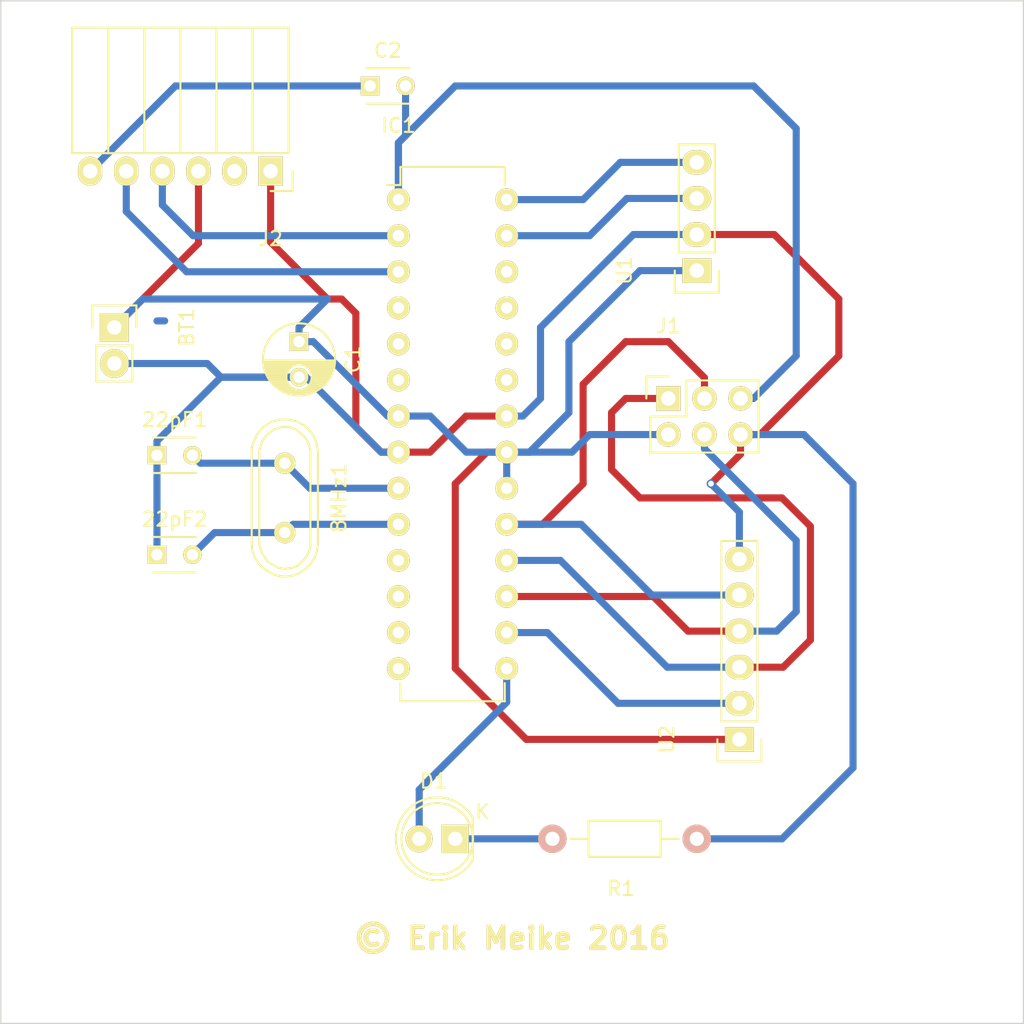
<source format=kicad_pcb>
(kicad_pcb (version 4) (host pcbnew 4.0.1-stable)

  (general
    (links 38)
    (no_connects 0)
    (area 95.949999 85.949999 168.050001 158.050001)
    (thickness 1.6)
    (drawings 6)
    (tracks 139)
    (zones 0)
    (modules 13)
    (nets 29)
  )

  (page A4)
  (layers
    (0 F.Cu signal)
    (31 B.Cu signal)
    (32 B.Adhes user)
    (33 F.Adhes user)
    (34 B.Paste user)
    (35 F.Paste user)
    (36 B.SilkS user)
    (37 F.SilkS user)
    (38 B.Mask user)
    (39 F.Mask user)
    (40 Dwgs.User user)
    (41 Cmts.User user)
    (42 Eco1.User user)
    (43 Eco2.User user)
    (44 Edge.Cuts user)
    (45 Margin user)
    (46 B.CrtYd user)
    (47 F.CrtYd user)
    (48 B.Fab user)
    (49 F.Fab user)
  )

  (setup
    (last_trace_width 0.5)
    (trace_clearance 0.2)
    (zone_clearance 0.508)
    (zone_45_only no)
    (trace_min 0.2)
    (segment_width 0.2)
    (edge_width 0.1)
    (via_size 0.6)
    (via_drill 0.4)
    (via_min_size 0.4)
    (via_min_drill 0.3)
    (uvia_size 0.3)
    (uvia_drill 0.1)
    (uvias_allowed no)
    (uvia_min_size 0.2)
    (uvia_min_drill 0.1)
    (pcb_text_width 0.3)
    (pcb_text_size 1.5 1.5)
    (mod_edge_width 0.15)
    (mod_text_size 1 1)
    (mod_text_width 0.15)
    (pad_size 1.5 1.5)
    (pad_drill 0.6)
    (pad_to_mask_clearance 0)
    (aux_axis_origin 0 0)
    (visible_elements FFFFFF7F)
    (pcbplotparams
      (layerselection 0x01000_80000001)
      (usegerberextensions false)
      (excludeedgelayer true)
      (linewidth 0.100000)
      (plotframeref false)
      (viasonmask false)
      (mode 1)
      (useauxorigin false)
      (hpglpennumber 1)
      (hpglpenspeed 20)
      (hpglpendiameter 15)
      (hpglpenoverlay 2)
      (psnegative false)
      (psa4output false)
      (plotreference true)
      (plotvalue false)
      (plotinvisibletext false)
      (padsonsilk false)
      (subtractmaskfromsilk false)
      (outputformat 1)
      (mirror false)
      (drillshape 0)
      (scaleselection 1)
      (outputdirectory gerbers/))
  )

  (net 0 "")
  (net 1 "Net-(22pF1-Pad2)")
  (net 2 "Net-(22pF2-Pad2)")
  (net 3 GND)
  (net 4 +BATT)
  (net 5 "Net-(D1-Pad1)")
  (net 6 "Net-(D1-Pad2)")
  (net 7 /~RST)
  (net 8 "Net-(IC1-Pad4)")
  (net 9 "Net-(IC1-Pad5)")
  (net 10 "Net-(IC1-Pad6)")
  (net 11 "Net-(IC1-Pad11)")
  (net 12 "Net-(IC1-Pad12)")
  (net 13 "Net-(IC1-Pad13)")
  (net 14 "Net-(IC1-Pad14)")
  (net 15 /~CS)
  (net 16 /MOSI)
  (net 17 /MISO)
  (net 18 /SCK)
  (net 19 "Net-(IC1-Pad23)")
  (net 20 "Net-(IC1-Pad24)")
  (net 21 "Net-(IC1-Pad25)")
  (net 22 "Net-(IC1-Pad26)")
  (net 23 /SDA)
  (net 24 /SCL)
  (net 25 "Net-(J2-Pad2)")
  (net 26 /RX)
  (net 27 /TX)
  (net 28 "Net-(C2-Pad1)")

  (net_class Default "This is the default net class."
    (clearance 0.2)
    (trace_width 0.5)
    (via_dia 0.6)
    (via_drill 0.4)
    (uvia_dia 0.3)
    (uvia_drill 0.1)
    (add_net +BATT)
    (add_net /MISO)
    (add_net /MOSI)
    (add_net /RX)
    (add_net /SCK)
    (add_net /SCL)
    (add_net /SDA)
    (add_net /TX)
    (add_net /~CS)
    (add_net /~RST)
    (add_net GND)
    (add_net "Net-(22pF1-Pad2)")
    (add_net "Net-(22pF2-Pad2)")
    (add_net "Net-(C2-Pad1)")
    (add_net "Net-(D1-Pad1)")
    (add_net "Net-(D1-Pad2)")
    (add_net "Net-(IC1-Pad11)")
    (add_net "Net-(IC1-Pad12)")
    (add_net "Net-(IC1-Pad13)")
    (add_net "Net-(IC1-Pad14)")
    (add_net "Net-(IC1-Pad23)")
    (add_net "Net-(IC1-Pad24)")
    (add_net "Net-(IC1-Pad25)")
    (add_net "Net-(IC1-Pad26)")
    (add_net "Net-(IC1-Pad4)")
    (add_net "Net-(IC1-Pad5)")
    (add_net "Net-(IC1-Pad6)")
    (add_net "Net-(J2-Pad2)")
  )

  (module Crystals:Crystal_HC49-U_Vertical (layer F.Cu) (tedit 0) (tstamp 56C7524C)
    (at 116 121 270)
    (descr "Crystal, Quarz, HC49/U, vertical, stehend,")
    (tags "Crystal, Quarz, HC49/U, vertical, stehend,")
    (path /56B6E109)
    (fp_text reference 8MHz1 (at 0 -3.81 270) (layer F.SilkS)
      (effects (font (size 1 1) (thickness 0.15)))
    )
    (fp_text value Crystal (at 0 3.81 270) (layer F.Fab)
      (effects (font (size 1 1) (thickness 0.15)))
    )
    (fp_line (start 4.699 -1.00076) (end 4.89966 -0.59944) (layer F.SilkS) (width 0.15))
    (fp_line (start 4.89966 -0.59944) (end 5.00126 0) (layer F.SilkS) (width 0.15))
    (fp_line (start 5.00126 0) (end 4.89966 0.50038) (layer F.SilkS) (width 0.15))
    (fp_line (start 4.89966 0.50038) (end 4.50088 1.19888) (layer F.SilkS) (width 0.15))
    (fp_line (start 4.50088 1.19888) (end 3.8989 1.6002) (layer F.SilkS) (width 0.15))
    (fp_line (start 3.8989 1.6002) (end 3.29946 1.80086) (layer F.SilkS) (width 0.15))
    (fp_line (start 3.29946 1.80086) (end -3.29946 1.80086) (layer F.SilkS) (width 0.15))
    (fp_line (start -3.29946 1.80086) (end -4.0005 1.6002) (layer F.SilkS) (width 0.15))
    (fp_line (start -4.0005 1.6002) (end -4.39928 1.30048) (layer F.SilkS) (width 0.15))
    (fp_line (start -4.39928 1.30048) (end -4.8006 0.8001) (layer F.SilkS) (width 0.15))
    (fp_line (start -4.8006 0.8001) (end -5.00126 0.20066) (layer F.SilkS) (width 0.15))
    (fp_line (start -5.00126 0.20066) (end -5.00126 -0.29972) (layer F.SilkS) (width 0.15))
    (fp_line (start -5.00126 -0.29972) (end -4.8006 -0.8001) (layer F.SilkS) (width 0.15))
    (fp_line (start -4.8006 -0.8001) (end -4.30022 -1.39954) (layer F.SilkS) (width 0.15))
    (fp_line (start -4.30022 -1.39954) (end -3.79984 -1.69926) (layer F.SilkS) (width 0.15))
    (fp_line (start -3.79984 -1.69926) (end -3.29946 -1.80086) (layer F.SilkS) (width 0.15))
    (fp_line (start -3.2004 -1.80086) (end 3.40106 -1.80086) (layer F.SilkS) (width 0.15))
    (fp_line (start 3.40106 -1.80086) (end 3.79984 -1.69926) (layer F.SilkS) (width 0.15))
    (fp_line (start 3.79984 -1.69926) (end 4.30022 -1.39954) (layer F.SilkS) (width 0.15))
    (fp_line (start 4.30022 -1.39954) (end 4.8006 -0.89916) (layer F.SilkS) (width 0.15))
    (fp_line (start -3.19024 -2.32918) (end -3.64998 -2.28092) (layer F.SilkS) (width 0.15))
    (fp_line (start -3.64998 -2.28092) (end -4.04876 -2.16916) (layer F.SilkS) (width 0.15))
    (fp_line (start -4.04876 -2.16916) (end -4.48056 -1.95072) (layer F.SilkS) (width 0.15))
    (fp_line (start -4.48056 -1.95072) (end -4.77012 -1.71958) (layer F.SilkS) (width 0.15))
    (fp_line (start -4.77012 -1.71958) (end -5.10032 -1.36906) (layer F.SilkS) (width 0.15))
    (fp_line (start -5.10032 -1.36906) (end -5.38988 -0.83058) (layer F.SilkS) (width 0.15))
    (fp_line (start -5.38988 -0.83058) (end -5.51942 -0.23114) (layer F.SilkS) (width 0.15))
    (fp_line (start -5.51942 -0.23114) (end -5.51942 0.2794) (layer F.SilkS) (width 0.15))
    (fp_line (start -5.51942 0.2794) (end -5.34924 0.98044) (layer F.SilkS) (width 0.15))
    (fp_line (start -5.34924 0.98044) (end -4.95046 1.56972) (layer F.SilkS) (width 0.15))
    (fp_line (start -4.95046 1.56972) (end -4.49072 1.94056) (layer F.SilkS) (width 0.15))
    (fp_line (start -4.49072 1.94056) (end -4.06908 2.14884) (layer F.SilkS) (width 0.15))
    (fp_line (start -4.06908 2.14884) (end -3.6195 2.30886) (layer F.SilkS) (width 0.15))
    (fp_line (start -3.6195 2.30886) (end -3.18008 2.33934) (layer F.SilkS) (width 0.15))
    (fp_line (start 4.16052 2.1209) (end 4.53898 1.89992) (layer F.SilkS) (width 0.15))
    (fp_line (start 4.53898 1.89992) (end 4.85902 1.62052) (layer F.SilkS) (width 0.15))
    (fp_line (start 4.85902 1.62052) (end 5.11048 1.29032) (layer F.SilkS) (width 0.15))
    (fp_line (start 5.11048 1.29032) (end 5.4102 0.73914) (layer F.SilkS) (width 0.15))
    (fp_line (start 5.4102 0.73914) (end 5.51942 0.26924) (layer F.SilkS) (width 0.15))
    (fp_line (start 5.51942 0.26924) (end 5.53974 -0.1905) (layer F.SilkS) (width 0.15))
    (fp_line (start 5.53974 -0.1905) (end 5.45084 -0.65024) (layer F.SilkS) (width 0.15))
    (fp_line (start 5.45084 -0.65024) (end 5.26034 -1.09982) (layer F.SilkS) (width 0.15))
    (fp_line (start 5.26034 -1.09982) (end 4.89966 -1.56972) (layer F.SilkS) (width 0.15))
    (fp_line (start 4.89966 -1.56972) (end 4.54914 -1.88976) (layer F.SilkS) (width 0.15))
    (fp_line (start 4.54914 -1.88976) (end 4.16052 -2.1209) (layer F.SilkS) (width 0.15))
    (fp_line (start 4.16052 -2.1209) (end 3.73126 -2.2606) (layer F.SilkS) (width 0.15))
    (fp_line (start 3.73126 -2.2606) (end 3.2893 -2.32918) (layer F.SilkS) (width 0.15))
    (fp_line (start -3.2004 2.32918) (end 3.2512 2.32918) (layer F.SilkS) (width 0.15))
    (fp_line (start 3.2512 2.32918) (end 3.6703 2.29108) (layer F.SilkS) (width 0.15))
    (fp_line (start 3.6703 2.29108) (end 4.16052 2.1209) (layer F.SilkS) (width 0.15))
    (fp_line (start -3.2004 -2.32918) (end 3.2512 -2.32918) (layer F.SilkS) (width 0.15))
    (pad 1 thru_hole circle (at -2.44094 0 270) (size 1.50114 1.50114) (drill 0.8001) (layers *.Cu *.Mask F.SilkS)
      (net 1 "Net-(22pF1-Pad2)"))
    (pad 2 thru_hole circle (at 2.44094 0 270) (size 1.50114 1.50114) (drill 0.8001) (layers *.Cu *.Mask F.SilkS)
      (net 2 "Net-(22pF2-Pad2)"))
  )

  (module Capacitors_ThroughHole:C_Disc_D3_P2.5 (layer F.Cu) (tedit 0) (tstamp 56C75252)
    (at 107 118)
    (descr "Capacitor 3mm Disc, Pitch 2.5mm")
    (tags Capacitor)
    (path /56B6E156)
    (fp_text reference 22pF1 (at 1.25 -2.5) (layer F.SilkS)
      (effects (font (size 1 1) (thickness 0.15)))
    )
    (fp_text value C (at 1.25 2.5) (layer F.Fab)
      (effects (font (size 1 1) (thickness 0.15)))
    )
    (fp_line (start -0.9 -1.5) (end 3.4 -1.5) (layer F.CrtYd) (width 0.05))
    (fp_line (start 3.4 -1.5) (end 3.4 1.5) (layer F.CrtYd) (width 0.05))
    (fp_line (start 3.4 1.5) (end -0.9 1.5) (layer F.CrtYd) (width 0.05))
    (fp_line (start -0.9 1.5) (end -0.9 -1.5) (layer F.CrtYd) (width 0.05))
    (fp_line (start -0.25 -1.25) (end 2.75 -1.25) (layer F.SilkS) (width 0.15))
    (fp_line (start 2.75 1.25) (end -0.25 1.25) (layer F.SilkS) (width 0.15))
    (pad 1 thru_hole rect (at 0 0) (size 1.3 1.3) (drill 0.8) (layers *.Cu *.Mask F.SilkS)
      (net 3 GND))
    (pad 2 thru_hole circle (at 2.5 0) (size 1.3 1.3) (drill 0.8001) (layers *.Cu *.Mask F.SilkS)
      (net 1 "Net-(22pF1-Pad2)"))
    (model Capacitors_ThroughHole.3dshapes/C_Disc_D3_P2.5.wrl
      (at (xyz 0.0492126 0 0))
      (scale (xyz 1 1 1))
      (rotate (xyz 0 0 0))
    )
  )

  (module Capacitors_ThroughHole:C_Disc_D3_P2.5 (layer F.Cu) (tedit 0) (tstamp 56C75258)
    (at 107 125)
    (descr "Capacitor 3mm Disc, Pitch 2.5mm")
    (tags Capacitor)
    (path /56B6E19B)
    (fp_text reference 22pF2 (at 1.25 -2.5) (layer F.SilkS)
      (effects (font (size 1 1) (thickness 0.15)))
    )
    (fp_text value C (at 1.25 2.5) (layer F.Fab)
      (effects (font (size 1 1) (thickness 0.15)))
    )
    (fp_line (start -0.9 -1.5) (end 3.4 -1.5) (layer F.CrtYd) (width 0.05))
    (fp_line (start 3.4 -1.5) (end 3.4 1.5) (layer F.CrtYd) (width 0.05))
    (fp_line (start 3.4 1.5) (end -0.9 1.5) (layer F.CrtYd) (width 0.05))
    (fp_line (start -0.9 1.5) (end -0.9 -1.5) (layer F.CrtYd) (width 0.05))
    (fp_line (start -0.25 -1.25) (end 2.75 -1.25) (layer F.SilkS) (width 0.15))
    (fp_line (start 2.75 1.25) (end -0.25 1.25) (layer F.SilkS) (width 0.15))
    (pad 1 thru_hole rect (at 0 0) (size 1.3 1.3) (drill 0.8) (layers *.Cu *.Mask F.SilkS)
      (net 3 GND))
    (pad 2 thru_hole circle (at 2.5 0) (size 1.3 1.3) (drill 0.8001) (layers *.Cu *.Mask F.SilkS)
      (net 2 "Net-(22pF2-Pad2)"))
    (model Capacitors_ThroughHole.3dshapes/C_Disc_D3_P2.5.wrl
      (at (xyz 0.0492126 0 0))
      (scale (xyz 1 1 1))
      (rotate (xyz 0 0 0))
    )
  )

  (module Socket_Strips:Socket_Strip_Straight_1x02 (layer F.Cu) (tedit 54E9F75E) (tstamp 56C7525E)
    (at 104 109 270)
    (descr "Through hole socket strip")
    (tags "socket strip")
    (path /5622E668)
    (fp_text reference BT1 (at 0 -5.1 270) (layer F.SilkS)
      (effects (font (size 1 1) (thickness 0.15)))
    )
    (fp_text value Battery (at 0 -3.1 270) (layer F.Fab)
      (effects (font (size 1 1) (thickness 0.15)))
    )
    (fp_line (start -1.55 1.55) (end 0 1.55) (layer F.SilkS) (width 0.15))
    (fp_line (start 3.81 1.27) (end 1.27 1.27) (layer F.SilkS) (width 0.15))
    (fp_line (start -1.75 -1.75) (end -1.75 1.75) (layer F.CrtYd) (width 0.05))
    (fp_line (start 4.3 -1.75) (end 4.3 1.75) (layer F.CrtYd) (width 0.05))
    (fp_line (start -1.75 -1.75) (end 4.3 -1.75) (layer F.CrtYd) (width 0.05))
    (fp_line (start -1.75 1.75) (end 4.3 1.75) (layer F.CrtYd) (width 0.05))
    (fp_line (start 1.27 1.27) (end 1.27 -1.27) (layer F.SilkS) (width 0.15))
    (fp_line (start 0 -1.55) (end -1.55 -1.55) (layer F.SilkS) (width 0.15))
    (fp_line (start -1.55 -1.55) (end -1.55 1.55) (layer F.SilkS) (width 0.15))
    (fp_line (start 1.27 -1.27) (end 3.81 -1.27) (layer F.SilkS) (width 0.15))
    (fp_line (start 3.81 -1.27) (end 3.81 1.27) (layer F.SilkS) (width 0.15))
    (pad 1 thru_hole rect (at 0 0 270) (size 2.032 2.032) (drill 1.016) (layers *.Cu *.Mask F.SilkS)
      (net 4 +BATT))
    (pad 2 thru_hole oval (at 2.54 0 270) (size 2.032 2.032) (drill 1.016) (layers *.Cu *.Mask F.SilkS)
      (net 3 GND))
    (model Socket_Strips.3dshapes/Socket_Strip_Straight_1x02.wrl
      (at (xyz 0.05 0 0))
      (scale (xyz 1 1 1))
      (rotate (xyz 0 0 180))
    )
  )

  (module Capacitors_ThroughHole:C_Radial_D5_L11_P2.5 (layer F.Cu) (tedit 0) (tstamp 56C75264)
    (at 117 110 270)
    (descr "Radial Electrolytic Capacitor Diameter 5mm x Length 11mm, Pitch 2.5mm")
    (tags "Electrolytic Capacitor")
    (path /5622E715)
    (fp_text reference C1 (at 1.25 -3.8 270) (layer F.SilkS)
      (effects (font (size 1 1) (thickness 0.15)))
    )
    (fp_text value 25µF (at 1.25 3.8 270) (layer F.Fab)
      (effects (font (size 1 1) (thickness 0.15)))
    )
    (fp_line (start 1.325 -2.499) (end 1.325 2.499) (layer F.SilkS) (width 0.15))
    (fp_line (start 1.465 -2.491) (end 1.465 2.491) (layer F.SilkS) (width 0.15))
    (fp_line (start 1.605 -2.475) (end 1.605 -0.095) (layer F.SilkS) (width 0.15))
    (fp_line (start 1.605 0.095) (end 1.605 2.475) (layer F.SilkS) (width 0.15))
    (fp_line (start 1.745 -2.451) (end 1.745 -0.49) (layer F.SilkS) (width 0.15))
    (fp_line (start 1.745 0.49) (end 1.745 2.451) (layer F.SilkS) (width 0.15))
    (fp_line (start 1.885 -2.418) (end 1.885 -0.657) (layer F.SilkS) (width 0.15))
    (fp_line (start 1.885 0.657) (end 1.885 2.418) (layer F.SilkS) (width 0.15))
    (fp_line (start 2.025 -2.377) (end 2.025 -0.764) (layer F.SilkS) (width 0.15))
    (fp_line (start 2.025 0.764) (end 2.025 2.377) (layer F.SilkS) (width 0.15))
    (fp_line (start 2.165 -2.327) (end 2.165 -0.835) (layer F.SilkS) (width 0.15))
    (fp_line (start 2.165 0.835) (end 2.165 2.327) (layer F.SilkS) (width 0.15))
    (fp_line (start 2.305 -2.266) (end 2.305 -0.879) (layer F.SilkS) (width 0.15))
    (fp_line (start 2.305 0.879) (end 2.305 2.266) (layer F.SilkS) (width 0.15))
    (fp_line (start 2.445 -2.196) (end 2.445 -0.898) (layer F.SilkS) (width 0.15))
    (fp_line (start 2.445 0.898) (end 2.445 2.196) (layer F.SilkS) (width 0.15))
    (fp_line (start 2.585 -2.114) (end 2.585 -0.896) (layer F.SilkS) (width 0.15))
    (fp_line (start 2.585 0.896) (end 2.585 2.114) (layer F.SilkS) (width 0.15))
    (fp_line (start 2.725 -2.019) (end 2.725 -0.871) (layer F.SilkS) (width 0.15))
    (fp_line (start 2.725 0.871) (end 2.725 2.019) (layer F.SilkS) (width 0.15))
    (fp_line (start 2.865 -1.908) (end 2.865 -0.823) (layer F.SilkS) (width 0.15))
    (fp_line (start 2.865 0.823) (end 2.865 1.908) (layer F.SilkS) (width 0.15))
    (fp_line (start 3.005 -1.78) (end 3.005 -0.745) (layer F.SilkS) (width 0.15))
    (fp_line (start 3.005 0.745) (end 3.005 1.78) (layer F.SilkS) (width 0.15))
    (fp_line (start 3.145 -1.631) (end 3.145 -0.628) (layer F.SilkS) (width 0.15))
    (fp_line (start 3.145 0.628) (end 3.145 1.631) (layer F.SilkS) (width 0.15))
    (fp_line (start 3.285 -1.452) (end 3.285 -0.44) (layer F.SilkS) (width 0.15))
    (fp_line (start 3.285 0.44) (end 3.285 1.452) (layer F.SilkS) (width 0.15))
    (fp_line (start 3.425 -1.233) (end 3.425 1.233) (layer F.SilkS) (width 0.15))
    (fp_line (start 3.565 -0.944) (end 3.565 0.944) (layer F.SilkS) (width 0.15))
    (fp_line (start 3.705 -0.472) (end 3.705 0.472) (layer F.SilkS) (width 0.15))
    (fp_circle (center 2.5 0) (end 2.5 -0.9) (layer F.SilkS) (width 0.15))
    (fp_circle (center 1.25 0) (end 1.25 -2.5375) (layer F.SilkS) (width 0.15))
    (fp_circle (center 1.25 0) (end 1.25 -2.8) (layer F.CrtYd) (width 0.05))
    (pad 1 thru_hole rect (at 0 0 270) (size 1.3 1.3) (drill 0.8) (layers *.Cu *.Mask F.SilkS)
      (net 4 +BATT))
    (pad 2 thru_hole circle (at 2.5 0 270) (size 1.3 1.3) (drill 0.8) (layers *.Cu *.Mask F.SilkS)
      (net 3 GND))
    (model Capacitors_ThroughHole.3dshapes/C_Radial_D5_L11_P2.5.wrl
      (at (xyz 0.049213 0 0))
      (scale (xyz 1 1 1))
      (rotate (xyz 0 0 90))
    )
  )

  (module LEDs:LED-5MM (layer F.Cu) (tedit 5570F7EA) (tstamp 56C7526A)
    (at 128 145 180)
    (descr "LED 5mm round vertical")
    (tags "LED 5mm round vertical")
    (path /5622E8A4)
    (fp_text reference D1 (at 1.524 4.064 180) (layer F.SilkS)
      (effects (font (size 1 1) (thickness 0.15)))
    )
    (fp_text value LED (at 1.524 -3.937 180) (layer F.Fab)
      (effects (font (size 1 1) (thickness 0.15)))
    )
    (fp_line (start -1.5 -1.55) (end -1.5 1.55) (layer F.CrtYd) (width 0.05))
    (fp_arc (start 1.3 0) (end -1.5 1.55) (angle -302) (layer F.CrtYd) (width 0.05))
    (fp_arc (start 1.27 0) (end -1.23 -1.5) (angle 297.5) (layer F.SilkS) (width 0.15))
    (fp_line (start -1.23 1.5) (end -1.23 -1.5) (layer F.SilkS) (width 0.15))
    (fp_circle (center 1.27 0) (end 0.97 -2.5) (layer F.SilkS) (width 0.15))
    (fp_text user K (at -1.905 1.905 180) (layer F.SilkS)
      (effects (font (size 1 1) (thickness 0.15)))
    )
    (pad 1 thru_hole rect (at 0 0 270) (size 2 1.9) (drill 1.00076) (layers *.Cu *.Mask F.SilkS)
      (net 5 "Net-(D1-Pad1)"))
    (pad 2 thru_hole circle (at 2.54 0 180) (size 1.9 1.9) (drill 1.00076) (layers *.Cu *.Mask F.SilkS)
      (net 6 "Net-(D1-Pad2)"))
    (model LEDs.3dshapes/LED-5MM.wrl
      (at (xyz 0.05 0 0))
      (scale (xyz 1 1 1))
      (rotate (xyz 0 0 90))
    )
  )

  (module Housings_DIP:DIP-28_W7.62mm (layer F.Cu) (tedit 54130A77) (tstamp 56C7528A)
    (at 124 100)
    (descr "28-lead dip package, row spacing 7.62 mm (300 mils)")
    (tags "dil dip 2.54 300")
    (path /56C6AD4C)
    (fp_text reference IC1 (at 0 -5.22) (layer F.SilkS)
      (effects (font (size 1 1) (thickness 0.15)))
    )
    (fp_text value ATMEGA328-P (at 0 -3.72) (layer F.Fab)
      (effects (font (size 1 1) (thickness 0.15)))
    )
    (fp_line (start -1.05 -2.45) (end -1.05 35.5) (layer F.CrtYd) (width 0.05))
    (fp_line (start 8.65 -2.45) (end 8.65 35.5) (layer F.CrtYd) (width 0.05))
    (fp_line (start -1.05 -2.45) (end 8.65 -2.45) (layer F.CrtYd) (width 0.05))
    (fp_line (start -1.05 35.5) (end 8.65 35.5) (layer F.CrtYd) (width 0.05))
    (fp_line (start 0.135 -2.295) (end 0.135 -1.025) (layer F.SilkS) (width 0.15))
    (fp_line (start 7.485 -2.295) (end 7.485 -1.025) (layer F.SilkS) (width 0.15))
    (fp_line (start 7.485 35.315) (end 7.485 34.045) (layer F.SilkS) (width 0.15))
    (fp_line (start 0.135 35.315) (end 0.135 34.045) (layer F.SilkS) (width 0.15))
    (fp_line (start 0.135 -2.295) (end 7.485 -2.295) (layer F.SilkS) (width 0.15))
    (fp_line (start 0.135 35.315) (end 7.485 35.315) (layer F.SilkS) (width 0.15))
    (fp_line (start 0.135 -1.025) (end -0.8 -1.025) (layer F.SilkS) (width 0.15))
    (pad 1 thru_hole oval (at 0 0) (size 1.6 1.6) (drill 0.8) (layers *.Cu *.Mask F.SilkS)
      (net 7 /~RST))
    (pad 2 thru_hole oval (at 0 2.54) (size 1.6 1.6) (drill 0.8) (layers *.Cu *.Mask F.SilkS)
      (net 26 /RX))
    (pad 3 thru_hole oval (at 0 5.08) (size 1.6 1.6) (drill 0.8) (layers *.Cu *.Mask F.SilkS)
      (net 27 /TX))
    (pad 4 thru_hole oval (at 0 7.62) (size 1.6 1.6) (drill 0.8) (layers *.Cu *.Mask F.SilkS)
      (net 8 "Net-(IC1-Pad4)"))
    (pad 5 thru_hole oval (at 0 10.16) (size 1.6 1.6) (drill 0.8) (layers *.Cu *.Mask F.SilkS)
      (net 9 "Net-(IC1-Pad5)"))
    (pad 6 thru_hole oval (at 0 12.7) (size 1.6 1.6) (drill 0.8) (layers *.Cu *.Mask F.SilkS)
      (net 10 "Net-(IC1-Pad6)"))
    (pad 7 thru_hole oval (at 0 15.24) (size 1.6 1.6) (drill 0.8) (layers *.Cu *.Mask F.SilkS)
      (net 4 +BATT))
    (pad 8 thru_hole oval (at 0 17.78) (size 1.6 1.6) (drill 0.8) (layers *.Cu *.Mask F.SilkS)
      (net 3 GND))
    (pad 9 thru_hole oval (at 0 20.32) (size 1.6 1.6) (drill 0.8) (layers *.Cu *.Mask F.SilkS)
      (net 1 "Net-(22pF1-Pad2)"))
    (pad 10 thru_hole oval (at 0 22.86) (size 1.6 1.6) (drill 0.8) (layers *.Cu *.Mask F.SilkS)
      (net 2 "Net-(22pF2-Pad2)"))
    (pad 11 thru_hole oval (at 0 25.4) (size 1.6 1.6) (drill 0.8) (layers *.Cu *.Mask F.SilkS)
      (net 11 "Net-(IC1-Pad11)"))
    (pad 12 thru_hole oval (at 0 27.94) (size 1.6 1.6) (drill 0.8) (layers *.Cu *.Mask F.SilkS)
      (net 12 "Net-(IC1-Pad12)"))
    (pad 13 thru_hole oval (at 0 30.48) (size 1.6 1.6) (drill 0.8) (layers *.Cu *.Mask F.SilkS)
      (net 13 "Net-(IC1-Pad13)"))
    (pad 14 thru_hole oval (at 0 33.02) (size 1.6 1.6) (drill 0.8) (layers *.Cu *.Mask F.SilkS)
      (net 14 "Net-(IC1-Pad14)"))
    (pad 15 thru_hole oval (at 7.62 33.02) (size 1.6 1.6) (drill 0.8) (layers *.Cu *.Mask F.SilkS)
      (net 6 "Net-(D1-Pad2)"))
    (pad 16 thru_hole oval (at 7.62 30.48) (size 1.6 1.6) (drill 0.8) (layers *.Cu *.Mask F.SilkS)
      (net 15 /~CS))
    (pad 17 thru_hole oval (at 7.62 27.94) (size 1.6 1.6) (drill 0.8) (layers *.Cu *.Mask F.SilkS)
      (net 16 /MOSI))
    (pad 18 thru_hole oval (at 7.62 25.4) (size 1.6 1.6) (drill 0.8) (layers *.Cu *.Mask F.SilkS)
      (net 17 /MISO))
    (pad 19 thru_hole oval (at 7.62 22.86) (size 1.6 1.6) (drill 0.8) (layers *.Cu *.Mask F.SilkS)
      (net 18 /SCK))
    (pad 20 thru_hole oval (at 7.62 20.32) (size 1.6 1.6) (drill 0.8) (layers *.Cu *.Mask F.SilkS)
      (net 4 +BATT))
    (pad 21 thru_hole oval (at 7.62 17.78) (size 1.6 1.6) (drill 0.8) (layers *.Cu *.Mask F.SilkS)
      (net 4 +BATT))
    (pad 22 thru_hole oval (at 7.62 15.24) (size 1.6 1.6) (drill 0.8) (layers *.Cu *.Mask F.SilkS)
      (net 3 GND))
    (pad 23 thru_hole oval (at 7.62 12.7) (size 1.6 1.6) (drill 0.8) (layers *.Cu *.Mask F.SilkS)
      (net 19 "Net-(IC1-Pad23)"))
    (pad 24 thru_hole oval (at 7.62 10.16) (size 1.6 1.6) (drill 0.8) (layers *.Cu *.Mask F.SilkS)
      (net 20 "Net-(IC1-Pad24)"))
    (pad 25 thru_hole oval (at 7.62 7.62) (size 1.6 1.6) (drill 0.8) (layers *.Cu *.Mask F.SilkS)
      (net 21 "Net-(IC1-Pad25)"))
    (pad 26 thru_hole oval (at 7.62 5.08) (size 1.6 1.6) (drill 0.8) (layers *.Cu *.Mask F.SilkS)
      (net 22 "Net-(IC1-Pad26)"))
    (pad 27 thru_hole oval (at 7.62 2.54) (size 1.6 1.6) (drill 0.8) (layers *.Cu *.Mask F.SilkS)
      (net 23 /SDA))
    (pad 28 thru_hole oval (at 7.62 0) (size 1.6 1.6) (drill 0.8) (layers *.Cu *.Mask F.SilkS)
      (net 24 /SCL))
    (model Housings_DIP.3dshapes/DIP-28_W7.62mm.wrl
      (at (xyz 0 0 0))
      (scale (xyz 1 1 1))
      (rotate (xyz 0 0 0))
    )
  )

  (module Socket_Strips:Socket_Strip_Straight_2x03 (layer F.Cu) (tedit 54E9F9C7) (tstamp 56C75294)
    (at 143 114)
    (descr "Through hole socket strip")
    (tags "socket strip")
    (path /56C74919)
    (fp_text reference J1 (at 0 -5.1) (layer F.SilkS)
      (effects (font (size 1 1) (thickness 0.15)))
    )
    (fp_text value ISPConnector (at 0 -3.1) (layer F.Fab)
      (effects (font (size 1 1) (thickness 0.15)))
    )
    (fp_line (start 6.35 -1.27) (end 1.27 -1.27) (layer F.SilkS) (width 0.15))
    (fp_line (start -1.55 -1.55) (end 0 -1.55) (layer F.SilkS) (width 0.15))
    (fp_line (start -1.75 -1.75) (end -1.75 4.3) (layer F.CrtYd) (width 0.05))
    (fp_line (start 6.85 -1.75) (end 6.85 4.3) (layer F.CrtYd) (width 0.05))
    (fp_line (start -1.75 -1.75) (end 6.85 -1.75) (layer F.CrtYd) (width 0.05))
    (fp_line (start -1.75 4.3) (end 6.85 4.3) (layer F.CrtYd) (width 0.05))
    (fp_line (start -1.27 1.27) (end 1.27 1.27) (layer F.SilkS) (width 0.15))
    (fp_line (start 1.27 1.27) (end 1.27 -1.27) (layer F.SilkS) (width 0.15))
    (fp_line (start 6.35 -1.27) (end 6.35 3.81) (layer F.SilkS) (width 0.15))
    (fp_line (start 6.35 3.81) (end 1.27 3.81) (layer F.SilkS) (width 0.15))
    (fp_line (start -1.55 -1.55) (end -1.55 0) (layer F.SilkS) (width 0.15))
    (fp_line (start -1.27 3.81) (end -1.27 1.27) (layer F.SilkS) (width 0.15))
    (fp_line (start 1.27 3.81) (end -1.27 3.81) (layer F.SilkS) (width 0.15))
    (pad 1 thru_hole rect (at 0 0) (size 1.7272 1.7272) (drill 1.016) (layers *.Cu *.Mask F.SilkS)
      (net 17 /MISO))
    (pad 2 thru_hole oval (at 0 2.54) (size 1.7272 1.7272) (drill 1.016) (layers *.Cu *.Mask F.SilkS)
      (net 4 +BATT))
    (pad 3 thru_hole oval (at 2.54 0) (size 1.7272 1.7272) (drill 1.016) (layers *.Cu *.Mask F.SilkS)
      (net 18 /SCK))
    (pad 4 thru_hole oval (at 2.54 2.54) (size 1.7272 1.7272) (drill 1.016) (layers *.Cu *.Mask F.SilkS)
      (net 16 /MOSI))
    (pad 5 thru_hole oval (at 5.08 0) (size 1.7272 1.7272) (drill 1.016) (layers *.Cu *.Mask F.SilkS)
      (net 7 /~RST))
    (pad 6 thru_hole oval (at 5.08 2.54) (size 1.7272 1.7272) (drill 1.016) (layers *.Cu *.Mask F.SilkS)
      (net 3 GND))
    (model Socket_Strips.3dshapes/Socket_Strip_Straight_2x03.wrl
      (at (xyz 0.1 -0.05 0))
      (scale (xyz 1 1 1))
      (rotate (xyz 0 0 180))
    )
  )

  (module Resistors_ThroughHole:Resistor_Horizontal_RM10mm (layer F.Cu) (tedit 56648415) (tstamp 56C7529A)
    (at 145 145 180)
    (descr "Resistor, Axial,  RM 10mm, 1/3W")
    (tags "Resistor Axial RM 10mm 1/3W")
    (path /5622EA9F)
    (fp_text reference R1 (at 5.32892 -3.50012 180) (layer F.SilkS)
      (effects (font (size 1 1) (thickness 0.15)))
    )
    (fp_text value 470 (at 5.08 3.81 180) (layer F.Fab)
      (effects (font (size 1 1) (thickness 0.15)))
    )
    (fp_line (start -1.25 -1.5) (end 11.4 -1.5) (layer F.CrtYd) (width 0.05))
    (fp_line (start -1.25 1.5) (end -1.25 -1.5) (layer F.CrtYd) (width 0.05))
    (fp_line (start 11.4 -1.5) (end 11.4 1.5) (layer F.CrtYd) (width 0.05))
    (fp_line (start -1.25 1.5) (end 11.4 1.5) (layer F.CrtYd) (width 0.05))
    (fp_line (start 2.54 -1.27) (end 7.62 -1.27) (layer F.SilkS) (width 0.15))
    (fp_line (start 7.62 -1.27) (end 7.62 1.27) (layer F.SilkS) (width 0.15))
    (fp_line (start 7.62 1.27) (end 2.54 1.27) (layer F.SilkS) (width 0.15))
    (fp_line (start 2.54 1.27) (end 2.54 -1.27) (layer F.SilkS) (width 0.15))
    (fp_line (start 2.54 0) (end 1.27 0) (layer F.SilkS) (width 0.15))
    (fp_line (start 7.62 0) (end 8.89 0) (layer F.SilkS) (width 0.15))
    (pad 1 thru_hole circle (at 0 0 180) (size 1.99898 1.99898) (drill 1.00076) (layers *.Cu *.SilkS *.Mask)
      (net 3 GND))
    (pad 2 thru_hole circle (at 10.16 0 180) (size 1.99898 1.99898) (drill 1.00076) (layers *.Cu *.SilkS *.Mask)
      (net 5 "Net-(D1-Pad1)"))
    (model Resistors_ThroughHole.3dshapes/Resistor_Horizontal_RM10mm.wrl
      (at (xyz 0.2 0 0))
      (scale (xyz 0.4 0.4 0.4))
      (rotate (xyz 0 0 0))
    )
  )

  (module Socket_Strips:Socket_Strip_Straight_1x04 (layer F.Cu) (tedit 0) (tstamp 56C752A2)
    (at 145 105 90)
    (descr "Through hole socket strip")
    (tags "socket strip")
    (path /56C0C860)
    (fp_text reference U1 (at 0 -5.1 90) (layer F.SilkS)
      (effects (font (size 1 1) (thickness 0.15)))
    )
    (fp_text value HTU21DBreakout (at 0 -3.1 90) (layer F.Fab)
      (effects (font (size 1 1) (thickness 0.15)))
    )
    (fp_line (start -1.75 -1.75) (end -1.75 1.75) (layer F.CrtYd) (width 0.05))
    (fp_line (start 9.4 -1.75) (end 9.4 1.75) (layer F.CrtYd) (width 0.05))
    (fp_line (start -1.75 -1.75) (end 9.4 -1.75) (layer F.CrtYd) (width 0.05))
    (fp_line (start -1.75 1.75) (end 9.4 1.75) (layer F.CrtYd) (width 0.05))
    (fp_line (start 1.27 -1.27) (end 8.89 -1.27) (layer F.SilkS) (width 0.15))
    (fp_line (start 1.27 1.27) (end 8.89 1.27) (layer F.SilkS) (width 0.15))
    (fp_line (start -1.55 1.55) (end 0 1.55) (layer F.SilkS) (width 0.15))
    (fp_line (start 8.89 -1.27) (end 8.89 1.27) (layer F.SilkS) (width 0.15))
    (fp_line (start 1.27 1.27) (end 1.27 -1.27) (layer F.SilkS) (width 0.15))
    (fp_line (start 0 -1.55) (end -1.55 -1.55) (layer F.SilkS) (width 0.15))
    (fp_line (start -1.55 -1.55) (end -1.55 1.55) (layer F.SilkS) (width 0.15))
    (pad 1 thru_hole rect (at 0 0 90) (size 1.7272 2.032) (drill 1.016) (layers *.Cu *.Mask F.SilkS)
      (net 4 +BATT))
    (pad 2 thru_hole oval (at 2.54 0 90) (size 1.7272 2.032) (drill 1.016) (layers *.Cu *.Mask F.SilkS)
      (net 3 GND))
    (pad 3 thru_hole oval (at 5.08 0 90) (size 1.7272 2.032) (drill 1.016) (layers *.Cu *.Mask F.SilkS)
      (net 23 /SDA))
    (pad 4 thru_hole oval (at 7.62 0 90) (size 1.7272 2.032) (drill 1.016) (layers *.Cu *.Mask F.SilkS)
      (net 24 /SCL))
    (model Socket_Strips.3dshapes/Socket_Strip_Straight_1x04.wrl
      (at (xyz 0.15 0 0))
      (scale (xyz 1 1 1))
      (rotate (xyz 0 0 180))
    )
  )

  (module Socket_Strips:Socket_Strip_Straight_1x06 (layer F.Cu) (tedit 0) (tstamp 56C752AC)
    (at 148 138 90)
    (descr "Through hole socket strip")
    (tags "socket strip")
    (path /56C0D583)
    (fp_text reference U2 (at 0 -5.1 90) (layer F.SilkS)
      (effects (font (size 1 1) (thickness 0.15)))
    )
    (fp_text value W25Q32FlashBreakout (at 0 -3.1 90) (layer F.Fab)
      (effects (font (size 1 1) (thickness 0.15)))
    )
    (fp_line (start -1.75 -1.75) (end -1.75 1.75) (layer F.CrtYd) (width 0.05))
    (fp_line (start 14.45 -1.75) (end 14.45 1.75) (layer F.CrtYd) (width 0.05))
    (fp_line (start -1.75 -1.75) (end 14.45 -1.75) (layer F.CrtYd) (width 0.05))
    (fp_line (start -1.75 1.75) (end 14.45 1.75) (layer F.CrtYd) (width 0.05))
    (fp_line (start 1.27 1.27) (end 13.97 1.27) (layer F.SilkS) (width 0.15))
    (fp_line (start 13.97 1.27) (end 13.97 -1.27) (layer F.SilkS) (width 0.15))
    (fp_line (start 13.97 -1.27) (end 1.27 -1.27) (layer F.SilkS) (width 0.15))
    (fp_line (start -1.55 1.55) (end 0 1.55) (layer F.SilkS) (width 0.15))
    (fp_line (start 1.27 1.27) (end 1.27 -1.27) (layer F.SilkS) (width 0.15))
    (fp_line (start 0 -1.55) (end -1.55 -1.55) (layer F.SilkS) (width 0.15))
    (fp_line (start -1.55 -1.55) (end -1.55 1.55) (layer F.SilkS) (width 0.15))
    (pad 1 thru_hole rect (at 0 0 90) (size 1.7272 2.032) (drill 1.016) (layers *.Cu *.Mask F.SilkS)
      (net 4 +BATT))
    (pad 2 thru_hole oval (at 2.54 0 90) (size 1.7272 2.032) (drill 1.016) (layers *.Cu *.Mask F.SilkS)
      (net 15 /~CS))
    (pad 3 thru_hole oval (at 5.08 0 90) (size 1.7272 2.032) (drill 1.016) (layers *.Cu *.Mask F.SilkS)
      (net 17 /MISO))
    (pad 4 thru_hole oval (at 7.62 0 90) (size 1.7272 2.032) (drill 1.016) (layers *.Cu *.Mask F.SilkS)
      (net 16 /MOSI))
    (pad 5 thru_hole oval (at 10.16 0 90) (size 1.7272 2.032) (drill 1.016) (layers *.Cu *.Mask F.SilkS)
      (net 18 /SCK))
    (pad 6 thru_hole oval (at 12.7 0 90) (size 1.7272 2.032) (drill 1.016) (layers *.Cu *.Mask F.SilkS)
      (net 3 GND))
    (model Socket_Strips.3dshapes/Socket_Strip_Straight_1x06.wrl
      (at (xyz 0.25 0 0))
      (scale (xyz 1 1 1))
      (rotate (xyz 0 0 180))
    )
  )

  (module Socket_Strips:Socket_Strip_Angled_1x06 (layer F.Cu) (tedit 0) (tstamp 56DB74B2)
    (at 115 98 180)
    (descr "Through hole socket strip")
    (tags "socket strip")
    (path /56DB7438)
    (fp_text reference J2 (at 0 -4.75 180) (layer F.SilkS)
      (effects (font (size 1 1) (thickness 0.15)))
    )
    (fp_text value FTDIConnector (at 0 -2.75 180) (layer F.Fab)
      (effects (font (size 1 1) (thickness 0.15)))
    )
    (fp_line (start -1.75 -1.5) (end -1.75 10.6) (layer F.CrtYd) (width 0.05))
    (fp_line (start 14.45 -1.5) (end 14.45 10.6) (layer F.CrtYd) (width 0.05))
    (fp_line (start -1.75 -1.5) (end 14.45 -1.5) (layer F.CrtYd) (width 0.05))
    (fp_line (start -1.75 10.6) (end 14.45 10.6) (layer F.CrtYd) (width 0.05))
    (fp_line (start 13.97 10.1) (end 13.97 1.27) (layer F.SilkS) (width 0.15))
    (fp_line (start 11.43 10.1) (end 13.97 10.1) (layer F.SilkS) (width 0.15))
    (fp_line (start 11.43 1.27) (end 13.97 1.27) (layer F.SilkS) (width 0.15))
    (fp_line (start 8.89 1.27) (end 11.43 1.27) (layer F.SilkS) (width 0.15))
    (fp_line (start 8.89 10.1) (end 11.43 10.1) (layer F.SilkS) (width 0.15))
    (fp_line (start 11.43 10.1) (end 11.43 1.27) (layer F.SilkS) (width 0.15))
    (fp_line (start 8.89 10.1) (end 8.89 1.27) (layer F.SilkS) (width 0.15))
    (fp_line (start 6.35 10.1) (end 8.89 10.1) (layer F.SilkS) (width 0.15))
    (fp_line (start 6.35 1.27) (end 8.89 1.27) (layer F.SilkS) (width 0.15))
    (fp_line (start 3.81 1.27) (end 6.35 1.27) (layer F.SilkS) (width 0.15))
    (fp_line (start 3.81 10.1) (end 6.35 10.1) (layer F.SilkS) (width 0.15))
    (fp_line (start 6.35 10.1) (end 6.35 1.27) (layer F.SilkS) (width 0.15))
    (fp_line (start 3.81 10.1) (end 3.81 1.27) (layer F.SilkS) (width 0.15))
    (fp_line (start 1.27 10.1) (end 3.81 10.1) (layer F.SilkS) (width 0.15))
    (fp_line (start 1.27 1.27) (end 1.27 10.1) (layer F.SilkS) (width 0.15))
    (fp_line (start 1.27 1.27) (end 3.81 1.27) (layer F.SilkS) (width 0.15))
    (fp_line (start -1.27 1.27) (end 1.27 1.27) (layer F.SilkS) (width 0.15))
    (fp_line (start 0 -1.4) (end -1.55 -1.4) (layer F.SilkS) (width 0.15))
    (fp_line (start -1.55 -1.4) (end -1.55 0) (layer F.SilkS) (width 0.15))
    (fp_line (start -1.27 1.27) (end -1.27 10.1) (layer F.SilkS) (width 0.15))
    (fp_line (start -1.27 10.1) (end 1.27 10.1) (layer F.SilkS) (width 0.15))
    (fp_line (start 1.27 10.1) (end 1.27 1.27) (layer F.SilkS) (width 0.15))
    (pad 1 thru_hole rect (at 0 0 180) (size 1.7272 2.032) (drill 1.016) (layers *.Cu *.Mask F.SilkS)
      (net 3 GND))
    (pad 2 thru_hole oval (at 2.54 0 180) (size 1.7272 2.032) (drill 1.016) (layers *.Cu *.Mask F.SilkS)
      (net 25 "Net-(J2-Pad2)"))
    (pad 3 thru_hole oval (at 5.08 0 180) (size 1.7272 2.032) (drill 1.016) (layers *.Cu *.Mask F.SilkS)
      (net 4 +BATT))
    (pad 4 thru_hole oval (at 7.62 0 180) (size 1.7272 2.032) (drill 1.016) (layers *.Cu *.Mask F.SilkS)
      (net 26 /RX))
    (pad 5 thru_hole oval (at 10.16 0 180) (size 1.7272 2.032) (drill 1.016) (layers *.Cu *.Mask F.SilkS)
      (net 27 /TX))
    (pad 6 thru_hole oval (at 12.7 0 180) (size 1.7272 2.032) (drill 1.016) (layers *.Cu *.Mask F.SilkS)
      (net 28 "Net-(C2-Pad1)"))
    (model Socket_Strips.3dshapes/Socket_Strip_Angled_1x06.wrl
      (at (xyz 0.25 0 0))
      (scale (xyz 1 1 1))
      (rotate (xyz 0 0 180))
    )
  )

  (module Capacitors_ThroughHole:C_Disc_D3_P2.5 (layer F.Cu) (tedit 0) (tstamp 56DB78AD)
    (at 122 92)
    (descr "Capacitor 3mm Disc, Pitch 2.5mm")
    (tags Capacitor)
    (path /56DB8C77)
    (fp_text reference C2 (at 1.25 -2.5) (layer F.SilkS)
      (effects (font (size 1 1) (thickness 0.15)))
    )
    (fp_text value 0.1uF (at 1.25 2.5) (layer F.Fab)
      (effects (font (size 1 1) (thickness 0.15)))
    )
    (fp_line (start -0.9 -1.5) (end 3.4 -1.5) (layer F.CrtYd) (width 0.05))
    (fp_line (start 3.4 -1.5) (end 3.4 1.5) (layer F.CrtYd) (width 0.05))
    (fp_line (start 3.4 1.5) (end -0.9 1.5) (layer F.CrtYd) (width 0.05))
    (fp_line (start -0.9 1.5) (end -0.9 -1.5) (layer F.CrtYd) (width 0.05))
    (fp_line (start -0.25 -1.25) (end 2.75 -1.25) (layer F.SilkS) (width 0.15))
    (fp_line (start 2.75 1.25) (end -0.25 1.25) (layer F.SilkS) (width 0.15))
    (pad 1 thru_hole rect (at 0 0) (size 1.3 1.3) (drill 0.8) (layers *.Cu *.Mask F.SilkS)
      (net 28 "Net-(C2-Pad1)"))
    (pad 2 thru_hole circle (at 2.5 0) (size 1.3 1.3) (drill 0.8001) (layers *.Cu *.Mask F.SilkS)
      (net 7 /~RST))
    (model Capacitors_ThroughHole.3dshapes/C_Disc_D3_P2.5.wrl
      (at (xyz 0.0492126 0 0))
      (scale (xyz 1 1 1))
      (rotate (xyz 0 0 0))
    )
  )

  (gr_text "© Erik Meike 2016" (at 132 152) (layer F.SilkS)
    (effects (font (size 1.5 1.5) (thickness 0.3)))
  )
  (gr_text "© Erik Meike 2016" (at 132 152) (layer F.Cu)
    (effects (font (size 1.5 1.5) (thickness 0.3)))
  )
  (gr_line (start 168 158) (end 96 158) (angle 90) (layer Edge.Cuts) (width 0.1))
  (gr_line (start 168 86) (end 168 158) (angle 90) (layer Edge.Cuts) (width 0.1))
  (gr_line (start 96 86) (end 168 86) (angle 90) (layer Edge.Cuts) (width 0.1))
  (gr_line (start 96 158) (end 96 86) (angle 90) (layer Edge.Cuts) (width 0.1))

  (segment (start 107 108.54) (end 107.54 108.54) (width 0.5) (layer B.Cu) (net 0))
  (segment (start 116 118.55906) (end 110.05906 118.55906) (width 0.5) (layer B.Cu) (net 1))
  (segment (start 110.05906 118.55906) (end 109.5 118) (width 0.5) (layer B.Cu) (net 1) (tstamp 56C755C1))
  (segment (start 124 120.32) (end 117.76094 120.32) (width 0.5) (layer B.Cu) (net 1))
  (segment (start 117.76094 120.32) (end 116 118.55906) (width 0.5) (layer B.Cu) (net 1) (tstamp 56C755BE))
  (segment (start 116 123.44094) (end 111.05906 123.44094) (width 0.5) (layer B.Cu) (net 2))
  (segment (start 111.05906 123.44094) (end 109.5 125) (width 0.5) (layer B.Cu) (net 2) (tstamp 56C755C7))
  (segment (start 124 122.86) (end 116.58094 122.86) (width 0.5) (layer B.Cu) (net 2))
  (segment (start 116.58094 122.86) (end 116 123.44094) (width 0.5) (layer B.Cu) (net 2) (tstamp 56C755C4))
  (segment (start 145 102.46) (end 140.54 102.46) (width 0.5) (layer B.Cu) (net 3))
  (segment (start 132.76 115.24) (end 131.62 115.24) (width 0.5) (layer B.Cu) (net 3) (tstamp 56DB79F9))
  (segment (start 134 114) (end 132.76 115.24) (width 0.5) (layer B.Cu) (net 3) (tstamp 56DB79F7))
  (segment (start 134 109) (end 134 114) (width 0.5) (layer B.Cu) (net 3) (tstamp 56DB79F5))
  (segment (start 140.54 102.46) (end 134 109) (width 0.5) (layer B.Cu) (net 3) (tstamp 56DB79F1))
  (segment (start 115 98) (end 115 103) (width 0.5) (layer F.Cu) (net 3))
  (segment (start 122.78 117.78) (end 124 117.78) (width 0.5) (layer F.Cu) (net 3) (tstamp 56DB79C8))
  (segment (start 121 116) (end 122.78 117.78) (width 0.5) (layer F.Cu) (net 3) (tstamp 56DB79C5))
  (segment (start 121 108) (end 121 116) (width 0.5) (layer F.Cu) (net 3) (tstamp 56DB79C1))
  (segment (start 120 107) (end 121 108) (width 0.5) (layer F.Cu) (net 3) (tstamp 56DB79BE))
  (segment (start 119 107) (end 120 107) (width 0.5) (layer F.Cu) (net 3) (tstamp 56DB79BD))
  (segment (start 115 103) (end 119 107) (width 0.5) (layer F.Cu) (net 3) (tstamp 56DB79B2))
  (segment (start 104 111.54) (end 110.54 111.54) (width 0.5) (layer B.Cu) (net 3))
  (segment (start 110.54 111.54) (end 111.5 112.5) (width 0.5) (layer B.Cu) (net 3) (tstamp 56DB779A))
  (segment (start 111.5 112.5) (end 117 112.5) (width 0.5) (layer B.Cu) (net 3) (tstamp 56DB779E))
  (segment (start 111.5 112.5) (end 117 112.5) (width 0.5) (layer B.Cu) (net 3) (tstamp 56DB7566))
  (segment (start 148 125.3) (end 148 122) (width 0.5) (layer B.Cu) (net 3))
  (segment (start 148.08 117.92) (end 148.08 116.54) (width 0.5) (layer F.Cu) (net 3) (tstamp 56C96D63))
  (segment (start 146 120) (end 148.08 117.92) (width 0.5) (layer F.Cu) (net 3) (tstamp 56C96D62))
  (via (at 146 120) (size 0.6) (drill 0.4) (layers F.Cu B.Cu) (net 3))
  (segment (start 148 122) (end 146 120) (width 0.5) (layer B.Cu) (net 3) (tstamp 56C96D5C))
  (segment (start 148.08 116.54) (end 152.54 116.54) (width 0.5) (layer B.Cu) (net 3))
  (segment (start 151 145) (end 145 145) (width 0.5) (layer B.Cu) (net 3) (tstamp 56C96CEE))
  (segment (start 156 140) (end 151 145) (width 0.5) (layer B.Cu) (net 3) (tstamp 56C96CEB))
  (segment (start 156 120) (end 156 140) (width 0.5) (layer B.Cu) (net 3) (tstamp 56C96CE5))
  (segment (start 152.54 116.54) (end 156 120) (width 0.5) (layer B.Cu) (net 3) (tstamp 56C96CE0))
  (segment (start 148.08 116.54) (end 149.46 116.54) (width 0.5) (layer F.Cu) (net 3))
  (segment (start 150.46 102.46) (end 145 102.46) (width 0.5) (layer F.Cu) (net 3) (tstamp 56C756B4))
  (segment (start 155 107) (end 150.46 102.46) (width 0.5) (layer F.Cu) (net 3) (tstamp 56C756B2))
  (segment (start 155 111) (end 155 107) (width 0.5) (layer F.Cu) (net 3) (tstamp 56C756AF))
  (segment (start 149.46 116.54) (end 155 111) (width 0.5) (layer F.Cu) (net 3) (tstamp 56C756AD))
  (segment (start 107 118) (end 107 117) (width 0.5) (layer B.Cu) (net 3))
  (segment (start 107 117) (end 111.5 112.5) (width 0.5) (layer B.Cu) (net 3) (tstamp 56C755CC))
  (segment (start 111.5 112.5) (end 117 112.5) (width 0.5) (layer B.Cu) (net 3) (tstamp 56C755CD))
  (segment (start 107 118) (end 107 125) (width 0.5) (layer B.Cu) (net 3))
  (segment (start 117 112.5) (end 117.5 112.5) (width 0.5) (layer B.Cu) (net 3))
  (segment (start 117.5 112.5) (end 122.78 117.78) (width 0.5) (layer B.Cu) (net 3) (tstamp 56C755B7))
  (segment (start 122.78 117.78) (end 124 117.78) (width 0.5) (layer B.Cu) (net 3) (tstamp 56C755BA))
  (segment (start 126.22 117.78) (end 124 117.78) (width 0.5) (layer F.Cu) (net 3) (tstamp 56C754C0))
  (segment (start 131.62 115.24) (end 128.76 115.24) (width 0.5) (layer F.Cu) (net 3))
  (segment (start 128.76 115.24) (end 126.22 117.78) (width 0.5) (layer F.Cu) (net 3) (tstamp 56C754BE))
  (segment (start 109.92 98) (end 109.92 103.08) (width 0.5) (layer F.Cu) (net 4))
  (segment (start 109.92 103.08) (end 104 109) (width 0.5) (layer F.Cu) (net 4) (tstamp 56DB79AB))
  (segment (start 117 110) (end 117 109) (width 0.5) (layer B.Cu) (net 4))
  (segment (start 117 109) (end 119 107) (width 0.5) (layer B.Cu) (net 4) (tstamp 56DB77FC))
  (segment (start 106 107) (end 104 109) (width 0.5) (layer B.Cu) (net 4) (tstamp 56DB77F8))
  (segment (start 119 107) (end 106 107) (width 0.5) (layer B.Cu) (net 4) (tstamp 56DB77F5))
  (segment (start 133 138) (end 148 138) (width 0.5) (layer F.Cu) (net 4) (tstamp 56C756D1))
  (segment (start 128 133) (end 133 138) (width 0.5) (layer F.Cu) (net 4) (tstamp 56C756CF))
  (segment (start 128 120) (end 128 133) (width 0.5) (layer F.Cu) (net 4) (tstamp 56C756CD))
  (segment (start 130.22 117.78) (end 128 120) (width 0.5) (layer F.Cu) (net 4) (tstamp 56C756CA))
  (segment (start 131.62 117.78) (end 130.22 117.78) (width 0.5) (layer F.Cu) (net 4))
  (segment (start 145 105) (end 141 105) (width 0.5) (layer B.Cu) (net 4))
  (segment (start 133.22 117.78) (end 131.62 117.78) (width 0.5) (layer B.Cu) (net 4) (tstamp 56C75665))
  (segment (start 136 115) (end 133.22 117.78) (width 0.5) (layer B.Cu) (net 4) (tstamp 56C75663))
  (segment (start 136 110) (end 136 115) (width 0.5) (layer B.Cu) (net 4) (tstamp 56C75661))
  (segment (start 141 105) (end 136 110) (width 0.5) (layer B.Cu) (net 4) (tstamp 56C7565F))
  (segment (start 124 115.24) (end 123.24 115.24) (width 0.5) (layer B.Cu) (net 4))
  (segment (start 123.24 115.24) (end 118 110) (width 0.5) (layer B.Cu) (net 4) (tstamp 56C755B2))
  (segment (start 118 110) (end 117 110) (width 0.5) (layer B.Cu) (net 4) (tstamp 56C755B4))
  (segment (start 131.62 117.78) (end 128.78 117.78) (width 0.5) (layer B.Cu) (net 4))
  (segment (start 126.24 115.24) (end 124 115.24) (width 0.5) (layer B.Cu) (net 4) (tstamp 56C754BA))
  (segment (start 128.78 117.78) (end 126.24 115.24) (width 0.5) (layer B.Cu) (net 4) (tstamp 56C754B9))
  (segment (start 131.62 117.78) (end 131.62 120.32) (width 0.5) (layer B.Cu) (net 4))
  (segment (start 143 116.54) (end 137.46 116.54) (width 0.5) (layer B.Cu) (net 4))
  (segment (start 136.22 117.78) (end 131.62 117.78) (width 0.5) (layer B.Cu) (net 4) (tstamp 56C754B3))
  (segment (start 137.46 116.54) (end 136.22 117.78) (width 0.5) (layer B.Cu) (net 4) (tstamp 56C754B2))
  (segment (start 128 145) (end 134.84 145) (width 0.5) (layer B.Cu) (net 5))
  (segment (start 131.62 133.02) (end 131.62 135.38) (width 0.5) (layer B.Cu) (net 6))
  (segment (start 125.46 141.54) (end 125.46 145) (width 0.5) (layer B.Cu) (net 6) (tstamp 56C753AB))
  (segment (start 131.62 135.38) (end 125.46 141.54) (width 0.5) (layer B.Cu) (net 6) (tstamp 56C753A8))
  (segment (start 124.5 92) (end 124.5 95.5) (width 0.5) (layer B.Cu) (net 7))
  (segment (start 124.5 95.5) (end 124 96) (width 0.5) (layer B.Cu) (net 7) (tstamp 56DB7962))
  (segment (start 124 96) (end 124 100) (width 0.5) (layer B.Cu) (net 7) (tstamp 56DB7963))
  (segment (start 124 96) (end 124 100) (width 0.5) (layer B.Cu) (net 7) (tstamp 56DB7753))
  (segment (start 124 100) (end 124 96) (width 0.5) (layer B.Cu) (net 7))
  (segment (start 148.08 114) (end 149 114) (width 0.5) (layer B.Cu) (net 7))
  (segment (start 128 92) (end 124 96) (width 0.5) (layer B.Cu) (net 7) (tstamp 56C7569D))
  (segment (start 149 92) (end 128 92) (width 0.5) (layer B.Cu) (net 7) (tstamp 56C7569A))
  (segment (start 152 95) (end 149 92) (width 0.5) (layer B.Cu) (net 7) (tstamp 56C75699))
  (segment (start 152 111) (end 152 95) (width 0.5) (layer B.Cu) (net 7) (tstamp 56C75694))
  (segment (start 149 114) (end 152 111) (width 0.5) (layer B.Cu) (net 7) (tstamp 56C75691))
  (segment (start 148 135.46) (end 139.46 135.46) (width 0.5) (layer B.Cu) (net 15))
  (segment (start 134.48 130.48) (end 131.62 130.48) (width 0.5) (layer B.Cu) (net 15) (tstamp 56C7547A))
  (segment (start 139.46 135.46) (end 134.48 130.48) (width 0.5) (layer B.Cu) (net 15) (tstamp 56C75477))
  (segment (start 148 130.38) (end 150.62 130.38) (width 0.5) (layer B.Cu) (net 16))
  (segment (start 145.54 117.54) (end 145.54 116.54) (width 0.5) (layer B.Cu) (net 16) (tstamp 56C7554E))
  (segment (start 152 124) (end 145.54 117.54) (width 0.5) (layer B.Cu) (net 16) (tstamp 56C7554B))
  (segment (start 152 129) (end 152 124) (width 0.5) (layer B.Cu) (net 16) (tstamp 56C7554A))
  (segment (start 150.62 130.38) (end 152 129) (width 0.5) (layer B.Cu) (net 16) (tstamp 56C75548))
  (segment (start 148 130.38) (end 144.38 130.38) (width 0.5) (layer F.Cu) (net 16))
  (segment (start 141.94 127.94) (end 131.62 127.94) (width 0.5) (layer F.Cu) (net 16) (tstamp 56C75490))
  (segment (start 144.38 130.38) (end 141.94 127.94) (width 0.5) (layer F.Cu) (net 16) (tstamp 56C7548F))
  (segment (start 143 114) (end 140 114) (width 0.5) (layer F.Cu) (net 17))
  (segment (start 151.08 132.92) (end 148 132.92) (width 0.5) (layer F.Cu) (net 17) (tstamp 56C75544))
  (segment (start 153 131) (end 151.08 132.92) (width 0.5) (layer F.Cu) (net 17) (tstamp 56C75542))
  (segment (start 153 123) (end 153 131) (width 0.5) (layer F.Cu) (net 17) (tstamp 56C7553E))
  (segment (start 151 121) (end 153 123) (width 0.5) (layer F.Cu) (net 17) (tstamp 56C7553B))
  (segment (start 141 121) (end 151 121) (width 0.5) (layer F.Cu) (net 17) (tstamp 56C75539))
  (segment (start 139 119) (end 141 121) (width 0.5) (layer F.Cu) (net 17) (tstamp 56C75535))
  (segment (start 139 115) (end 139 119) (width 0.5) (layer F.Cu) (net 17) (tstamp 56C75531))
  (segment (start 140 114) (end 139 115) (width 0.5) (layer F.Cu) (net 17) (tstamp 56C7552F))
  (segment (start 131.62 125.4) (end 135.4 125.4) (width 0.5) (layer B.Cu) (net 17))
  (segment (start 142.92 132.92) (end 148 132.92) (width 0.5) (layer B.Cu) (net 17) (tstamp 56C7545F))
  (segment (start 135.4 125.4) (end 142.92 132.92) (width 0.5) (layer B.Cu) (net 17) (tstamp 56C7545D))
  (segment (start 131.62 122.86) (end 134.14 122.86) (width 0.5) (layer F.Cu) (net 18))
  (segment (start 145.54 112.54) (end 145.54 114) (width 0.5) (layer F.Cu) (net 18) (tstamp 56C7557C))
  (segment (start 143 110) (end 145.54 112.54) (width 0.5) (layer F.Cu) (net 18) (tstamp 56C7557A))
  (segment (start 140 110) (end 143 110) (width 0.5) (layer F.Cu) (net 18) (tstamp 56C75578))
  (segment (start 137 113) (end 140 110) (width 0.5) (layer F.Cu) (net 18) (tstamp 56C75576))
  (segment (start 137 120) (end 137 113) (width 0.5) (layer F.Cu) (net 18) (tstamp 56C75574))
  (segment (start 134.14 122.86) (end 137 120) (width 0.5) (layer F.Cu) (net 18) (tstamp 56C75573))
  (segment (start 148 127.84) (end 141.84 127.84) (width 0.5) (layer B.Cu) (net 18))
  (segment (start 136.86 122.86) (end 131.62 122.86) (width 0.5) (layer B.Cu) (net 18) (tstamp 56C75459))
  (segment (start 141.84 127.84) (end 136.86 122.86) (width 0.5) (layer B.Cu) (net 18) (tstamp 56C75456))
  (segment (start 145 99.92) (end 140.08 99.92) (width 0.5) (layer B.Cu) (net 23))
  (segment (start 137.46 102.54) (end 131.62 102.54) (width 0.5) (layer B.Cu) (net 23) (tstamp 56C753D3))
  (segment (start 140.08 99.92) (end 137.46 102.54) (width 0.5) (layer B.Cu) (net 23) (tstamp 56C753D1))
  (segment (start 131.62 100) (end 137 100) (width 0.5) (layer B.Cu) (net 24))
  (segment (start 139.62 97.38) (end 145 97.38) (width 0.5) (layer B.Cu) (net 24) (tstamp 56C753CD))
  (segment (start 137 100) (end 139.62 97.38) (width 0.5) (layer B.Cu) (net 24) (tstamp 56C753C9))
  (segment (start 124 102.54) (end 109.54 102.54) (width 0.5) (layer B.Cu) (net 26))
  (segment (start 107.38 100.38) (end 107.38 98) (width 0.5) (layer B.Cu) (net 26) (tstamp 56DB79A1))
  (segment (start 109.54 102.54) (end 107.38 100.38) (width 0.5) (layer B.Cu) (net 26) (tstamp 56DB7999))
  (segment (start 107.38 98) (end 107.38 97.62) (width 0.5) (layer B.Cu) (net 26))
  (segment (start 104.84 98) (end 104.84 100.84) (width 0.5) (layer B.Cu) (net 27))
  (segment (start 109.08 105.08) (end 124 105.08) (width 0.5) (layer B.Cu) (net 27) (tstamp 56DB798D))
  (segment (start 104.84 100.84) (end 109.08 105.08) (width 0.5) (layer B.Cu) (net 27) (tstamp 56DB7989))
  (segment (start 122 92) (end 108.3 92) (width 0.5) (layer B.Cu) (net 28))
  (segment (start 108.3 92) (end 102.3 98) (width 0.5) (layer B.Cu) (net 28) (tstamp 56DB795D))

)

</source>
